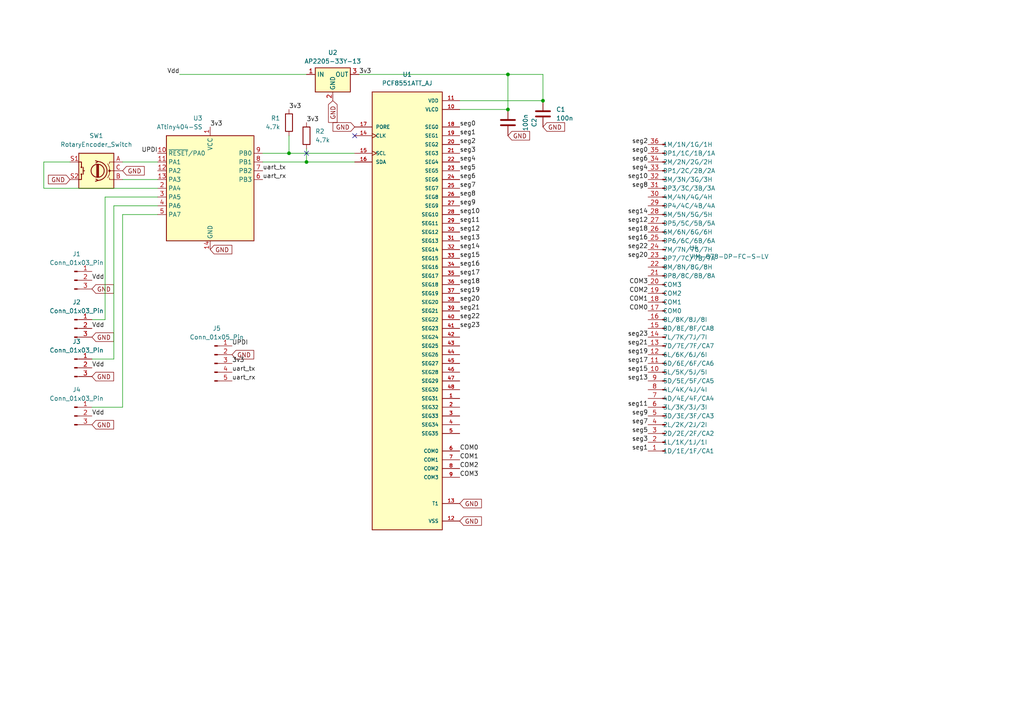
<source format=kicad_sch>
(kicad_sch (version 20231120) (generator "eeschema") (generator_version "8.0")
  (paper "A4")
  (lib_symbols
    (symbol "Connector:Conn_01x03_Pin" (pin_names (offset 1.016) hide)
      (property "Reference" "J" (at 0 5.08 0))
      (property "Value" "Conn_01x03_Pin" (at 0 -5.08 0))
      (symbol "Conn_01x03_Pin_1_1"
        (polyline (pts (xy 1.27 -2.54) (xy 0.8636 -2.54)) (stroke (width 0.1524)))
        (polyline (pts (xy 1.27 0) (xy 0.8636 0)) (stroke (width 0.1524)))
        (polyline (pts (xy 1.27 2.54) (xy 0.8636 2.54)) (stroke (width 0.1524)))
        (rectangle (start 0.8636 -2.413) (end 0 -2.667) (stroke (width 0.1524)) (fill (type outline)))
        (rectangle (start 0.8636 0.127) (end 0 -0.127) (stroke (width 0.1524)) (fill (type outline)))
        (rectangle (start 0.8636 2.667) (end 0 2.413) (stroke (width 0.1524)) (fill (type outline)))
        (pin passive line (at 5.08 2.54 180) (length 3.81) (name "Pin_1") (number "1"))
        (pin passive line (at 5.08 0 180) (length 3.81) (name "Pin_2") (number "2"))
        (pin passive line (at 5.08 -2.54 180) (length 3.81) (name "Pin_3") (number "3"))
      )
    )
    (symbol "Connector:Conn_01x05_Pin" (pin_names (offset 1.016) hide)
      (property "Reference" "J" (at 0 7.62 0))
      (property "Value" "Conn_01x05_Pin" (at 0 -7.62 0))
      (symbol "Conn_01x05_Pin_1_1"
        (polyline (pts (xy 1.27 -5.08) (xy 0.8636 -5.08)) (stroke (width 0.1524)))
        (polyline (pts (xy 1.27 -2.54) (xy 0.8636 -2.54)) (stroke (width 0.1524)))
        (polyline (pts (xy 1.27 0) (xy 0.8636 0)) (stroke (width 0.1524)))
        (polyline (pts (xy 1.27 2.54) (xy 0.8636 2.54)) (stroke (width 0.1524)))
        (polyline (pts (xy 1.27 5.08) (xy 0.8636 5.08)) (stroke (width 0.1524)))
        (rectangle (start 0.8636 -4.953) (end 0 -5.207) (stroke (width 0.1524)) (fill (type outline)))
        (rectangle (start 0.8636 -2.413) (end 0 -2.667) (stroke (width 0.1524)) (fill (type outline)))
        (rectangle (start 0.8636 0.127) (end 0 -0.127) (stroke (width 0.1524)) (fill (type outline)))
        (rectangle (start 0.8636 2.667) (end 0 2.413) (stroke (width 0.1524)) (fill (type outline)))
        (rectangle (start 0.8636 5.207) (end 0 4.953) (stroke (width 0.1524)) (fill (type outline)))
        (pin passive line (at 5.08 5.08 180) (length 3.81) (name "Pin_1") (number "1"))
        (pin passive line (at 5.08 2.54 180) (length 3.81) (name "Pin_2") (number "2"))
        (pin passive line (at 5.08 0 180) (length 3.81) (name "Pin_3") (number "3"))
        (pin passive line (at 5.08 -2.54 180) (length 3.81) (name "Pin_4") (number "4"))
        (pin passive line (at 5.08 -5.08 180) (length 3.81) (name "Pin_5") (number "5"))
      )
    )
    (symbol "Device:C" (pin_numbers hide) (pin_names (offset 0.254))
      (property "Reference" "C" (at 0.635 2.54 0))
      (property "Value" "C" (at 0.635 -2.54 0))
      (symbol "C_0_1"
        (polyline (pts (xy -2.032 -0.762) (xy 2.032 -0.762)) (stroke (width 0.508)))
        (polyline (pts (xy -2.032 0.762) (xy 2.032 0.762)) (stroke (width 0.508)))
      )
      (symbol "C_1_1"
        (pin passive line (at 0 3.81 270) (length 2.794) (name "~") (number "1"))
        (pin passive line (at 0 -3.81 90) (length 2.794) (name "~") (number "2"))
      )
    )
    (symbol "Device:R" (pin_numbers hide) (pin_names (offset 0))
      (property "Reference" "R" (at 2.032 0 90))
      (property "Value" "R" (at 0 0 90))
      (symbol "R_0_1"
        (rectangle (start -1.016 -2.54) (end 1.016 2.54) (stroke (width 0.254)))
      )
      (symbol "R_1_1"
        (pin passive line (at 0 3.81 270) (length 1.27) (name "~") (number "1"))
        (pin passive line (at 0 -3.81 90) (length 1.27) (name "~") (number "2"))
      )
    )
    (symbol "servo_tester_onboarding:AP2205-33Y-13"
      (property "Reference" "U" (at 0 0 0))
      (property "Value" "AP2205-33Y-13" (at 0 0 0))
      (symbol "AP2205-33Y-13_0_1"
        (rectangle (start -5.08 1.905) (end 5.08 -5.08) (stroke (width 0.254)) (fill (type background)))
      )
      (symbol "AP2205-33Y-13_1_1"
        (pin power_in line (at -7.62 0 0) (length 2.54) (name "IN") (number "1"))
        (pin power_in line (at 0 -7.62 90) (length 2.54) (name "GND") (number "2"))
        (pin power_out line (at 7.62 0 180) (length 2.54) (name "OUT") (number "3"))
      )
    )
    (symbol "servo_tester_onboarding:ATtiny404-SS"
      (property "Reference" "U1" (at 2.1941 20.32 0))
      (property "Value" "ATtiny404-SS" (at 2.1941 17.78 0))
      (symbol "ATtiny404-SS_0_1"
        (rectangle (start -12.7 -15.24) (end 12.7 15.24) (stroke (width 0.254)) (fill (type background)))
      )
      (symbol "ATtiny404-SS_1_1"
        (pin power_in line (at 0 17.78 270) (length 2.54) (name "VCC") (number "1"))
        (pin bidirectional line (at 15.24 10.16 180) (length 2.54) (name "~{RESET}/PA0") (number "10"))
        (pin bidirectional line (at 15.24 7.62 180) (length 2.54) (name "PA1") (number "11"))
        (pin bidirectional line (at 15.24 5.08 180) (length 2.54) (name "PA2") (number "12"))
        (pin bidirectional line (at 15.24 2.54 180) (length 2.54) (name "PA3") (number "13"))
        (pin power_in line (at 0 -17.78 90) (length 2.54) (name "GND") (number "14"))
        (pin bidirectional line (at 15.24 0 180) (length 2.54) (name "PA4") (number "2"))
        (pin bidirectional line (at 15.24 -2.54 180) (length 2.54) (name "PA5") (number "3"))
        (pin bidirectional line (at 15.24 -5.08 180) (length 2.54) (name "PA6") (number "4"))
        (pin bidirectional line (at 15.24 -7.62 180) (length 2.54) (name "PA7") (number "5"))
        (pin bidirectional line (at -15.24 2.54 0) (length 2.54) (name "PB3") (number "6"))
        (pin bidirectional line (at -15.24 5.08 0) (length 2.54) (name "PB2") (number "7"))
        (pin bidirectional line (at -15.24 7.62 0) (length 2.54) (name "PB1") (number "8"))
        (pin bidirectional line (at -15.24 10.16 0) (length 2.54) (name "PB0") (number "9"))
      )
    )
    (symbol "servo_tester_onboarding:PCF8551ATT_AJ" (pin_names (offset 1.016))
      (property "Reference" "U" (at -10.16 63.5 0))
      (property "Value" "PCF8551ATT_AJ" (at -10.16 -66.04 0))
      (symbol "PCF8551ATT_AJ_0_0"
        (rectangle (start -10.16 -63.5) (end 10.16 63.5) (stroke (width 0.254)) (fill (type background)))
        (pin output line (at 15.24 -25.4 180) (length 5.08) (name "SEG31") (number "1"))
        (pin power_in line (at 15.24 58.42 180) (length 5.08) (name "VLCD") (number "10"))
        (pin power_in line (at 15.24 60.96 180) (length 5.08) (name "VDD") (number "11"))
        (pin power_in line (at 15.24 -60.96 180) (length 5.08) (name "VSS") (number "12"))
        (pin passive line (at 15.24 -55.88 180) (length 5.08) (name "T1") (number "13"))
        (pin bidirectional clock (at -15.24 50.8 0) (length 5.08) (name "CLK") (number "14"))
        (pin input clock (at -15.24 45.72 0) (length 5.08) (name "SCL") (number "15"))
        (pin bidirectional line (at -15.24 43.18 0) (length 5.08) (name "SDA") (number "16"))
        (pin input line (at -15.24 53.34 0) (length 5.08) (name "PORE") (number "17"))
        (pin output line (at 15.24 53.34 180) (length 5.08) (name "SEG0") (number "18"))
        (pin output line (at 15.24 50.8 180) (length 5.08) (name "SEG1") (number "19"))
        (pin output line (at 15.24 -27.94 180) (length 5.08) (name "SEG32") (number "2"))
        (pin output line (at 15.24 48.26 180) (length 5.08) (name "SEG2") (number "20"))
        (pin output line (at 15.24 45.72 180) (length 5.08) (name "SEG3") (number "21"))
        (pin output line (at 15.24 43.18 180) (length 5.08) (name "SEG4") (number "22"))
        (pin output line (at 15.24 40.64 180) (length 5.08) (name "SEG5") (number "23"))
        (pin output line (at 15.24 38.1 180) (length 5.08) (name "SEG6") (number "24"))
        (pin output line (at 15.24 35.56 180) (length 5.08) (name "SEG7") (number "25"))
        (pin output line (at 15.24 33.02 180) (length 5.08) (name "SEG8") (number "26"))
        (pin output line (at 15.24 30.48 180) (length 5.08) (name "SEG9") (number "27"))
        (pin output line (at 15.24 27.94 180) (length 5.08) (name "SEG10") (number "28"))
        (pin output line (at 15.24 25.4 180) (length 5.08) (name "SEG11") (number "29"))
        (pin output line (at 15.24 -30.48 180) (length 5.08) (name "SEG33") (number "3"))
        (pin output line (at 15.24 22.86 180) (length 5.08) (name "SEG12") (number "30"))
        (pin output line (at 15.24 20.32 180) (length 5.08) (name "SEG13") (number "31"))
        (pin output line (at 15.24 17.78 180) (length 5.08) (name "SEG14") (number "32"))
        (pin output line (at 15.24 15.24 180) (length 5.08) (name "SEG15") (number "33"))
        (pin output line (at 15.24 12.7 180) (length 5.08) (name "SEG16") (number "34"))
        (pin output line (at 15.24 10.16 180) (length 5.08) (name "SEG17") (number "35"))
        (pin output line (at 15.24 7.62 180) (length 5.08) (name "SEG18") (number "36"))
        (pin output line (at 15.24 5.08 180) (length 5.08) (name "SEG19") (number "37"))
        (pin output line (at 15.24 2.54 180) (length 5.08) (name "SEG20") (number "38"))
        (pin output line (at 15.24 0 180) (length 5.08) (name "SEG21") (number "39"))
        (pin output line (at 15.24 -33.02 180) (length 5.08) (name "SEG34") (number "4"))
        (pin output line (at 15.24 -2.54 180) (length 5.08) (name "SEG22") (number "40"))
        (pin output line (at 15.24 -5.08 180) (length 5.08) (name "SEG23") (number "41"))
        (pin output line (at 15.24 -7.62 180) (length 5.08) (name "SEG24") (number "42"))
        (pin output line (at 15.24 -10.16 180) (length 5.08) (name "SEG25") (number "43"))
        (pin output line (at 15.24 -12.7 180) (length 5.08) (name "SEG26") (number "44"))
        (pin output line (at 15.24 -15.24 180) (length 5.08) (name "SEG27") (number "45"))
        (pin output line (at 15.24 -17.78 180) (length 5.08) (name "SEG28") (number "46"))
        (pin output line (at 15.24 -20.32 180) (length 5.08) (name "SEG29") (number "47"))
        (pin output line (at 15.24 -22.86 180) (length 5.08) (name "SEG30") (number "48"))
        (pin output line (at 15.24 -35.56 180) (length 5.08) (name "SEG35") (number "5"))
        (pin output line (at 15.24 -40.64 180) (length 5.08) (name "COM0") (number "6"))
        (pin output line (at 15.24 -43.18 180) (length 5.08) (name "COM1") (number "7"))
        (pin output line (at 15.24 -45.72 180) (length 5.08) (name "COM2") (number "8"))
        (pin output line (at 15.24 -48.26 180) (length 5.08) (name "COM3") (number "9"))
      )
    )
    (symbol "servo_tester_onboarding:RotaryEncoder_Switch" (pin_names (offset 0.254) hide)
      (property "Reference" "SW1" (at 0 9.525 0))
      (property "Value" "RotaryEncoder_Switch" (at 0 6.985 0))
      (symbol "RotaryEncoder_Switch_0_1"
        (rectangle (start -5.08 5.08) (end 5.08 -5.08) (stroke (width 0.254)) (fill (type background)))
        (circle (center -3.81 0) (radius 0.254) (fill (type outline)))
        (circle (center -0.381 0) (radius 1.905) (stroke (width 0.254)))
        (arc (start -0.381 2.667) (mid -3.0988 -0.0635) (end -0.381 -2.794) (stroke (width 0.254)))
        (polyline (pts (xy -0.635 -1.778) (xy -0.635 1.778)) (stroke (width 0.254)))
        (polyline (pts (xy -0.381 -1.778) (xy -0.381 1.778)) (stroke (width 0.254)))
        (polyline (pts (xy -0.127 1.778) (xy -0.127 -1.778)) (stroke (width 0.254)))
        (polyline (pts (xy 3.81 0) (xy 3.429 0)) (stroke (width 0.254)))
        (polyline (pts (xy 3.81 1.016) (xy 3.81 -1.016)) (stroke (width 0.254)))
        (polyline (pts (xy -5.08 -2.54) (xy -3.81 -2.54) (xy -3.81 -2.032)))
        (polyline (pts (xy -5.08 2.54) (xy -3.81 2.54) (xy -3.81 2.032)))
        (polyline (pts (xy 0.254 -3.048) (xy -0.508 -2.794) (xy 0.127 -2.413)) (stroke (width 0.254)))
        (polyline (pts (xy 0.254 2.921) (xy -0.508 2.667) (xy 0.127 2.286)) (stroke (width 0.254)))
        (polyline (pts (xy 5.08 -2.54) (xy 4.318 -2.54) (xy 4.318 -1.016)) (stroke (width 0.254)))
        (polyline (pts (xy 5.08 2.54) (xy 4.318 2.54) (xy 4.318 1.016)) (stroke (width 0.254)))
        (polyline (pts (xy -5.08 0) (xy -3.81 0) (xy -3.81 -1.016) (xy -3.302 -2.032)))
        (polyline (pts (xy -4.318 0) (xy -3.81 0) (xy -3.81 1.016) (xy -3.302 2.032)))
        (circle (center 4.318 -1.016) (radius 0.127) (stroke (width 0.254)))
        (circle (center 4.318 1.016) (radius 0.127) (stroke (width 0.254)))
      )
      (symbol "RotaryEncoder_Switch_1_1"
        (pin passive line (at -7.62 2.54 0) (length 2.54) (name "A") (number "A"))
        (pin passive line (at -7.62 -2.54 0) (length 2.54) (name "B") (number "B"))
        (pin passive line (at -7.62 0 0) (length 2.54) (name "C") (number "C"))
        (pin passive line (at 7.62 2.54 180) (length 2.54) (name "S1") (number "S1"))
        (pin passive line (at 7.62 -2.54 180) (length 2.54) (name "S2") (number "S2"))
      )
    )
    (symbol "servo_tester_onboarding:VIM-878-DP"
      (property "Reference" "U" (at -17.145 5.08 0))
      (property "Value" "VIM-878-DP-FC-S-LV" (at -18.415 2.54 0))
      (symbol "VIM-878-DP_1_1"
        (rectangle (start 0 -15.113) (end 0.8636 -15.367) (stroke (width 0.1524)) (fill (type outline)))
        (polyline (pts (xy 1.27 -45.72) (xy 0.8636 -45.72)) (stroke (width 0.1524)))
        (polyline (pts (xy 1.27 -43.18) (xy 0.8636 -43.18)) (stroke (width 0.1524)))
        (polyline (pts (xy 1.27 -40.64) (xy 0.8636 -40.64)) (stroke (width 0.1524)))
        (polyline (pts (xy 1.27 -38.1) (xy 0.8636 -38.1)) (stroke (width 0.1524)))
        (polyline (pts (xy 1.27 -35.56) (xy 0.8636 -35.56)) (stroke (width 0.1524)))
        (polyline (pts (xy 1.27 -33.02) (xy 0.8636 -33.02)) (stroke (width 0.1524)))
        (polyline (pts (xy 1.27 -30.48) (xy 0.8636 -30.48)) (stroke (width 0.1524)))
        (polyline (pts (xy 1.27 -27.94) (xy 0.8636 -27.94)) (stroke (width 0.1524)))
        (polyline (pts (xy 1.27 -25.4) (xy 0.8636 -25.4)) (stroke (width 0.1524)))
        (polyline (pts (xy 1.27 -22.86) (xy 0.8636 -22.86)) (stroke (width 0.1524)))
        (polyline (pts (xy 1.27 -20.32) (xy 0.8636 -20.32)) (stroke (width 0.1524)))
        (polyline (pts (xy 1.27 -17.78) (xy 0.8636 -17.78)) (stroke (width 0.1524)))
        (polyline (pts (xy 1.27 -15.24) (xy 0.8636 -15.24)) (stroke (width 0.1524)))
        (polyline (pts (xy 1.27 -12.7) (xy 0.8636 -12.7)) (stroke (width 0.1524)))
        (polyline (pts (xy 1.27 -10.16) (xy 0.8636 -10.16)) (stroke (width 0.1524)))
        (polyline (pts (xy 1.27 -7.62) (xy 0.8636 -7.62)) (stroke (width 0.1524)))
        (polyline (pts (xy 1.27 -5.08) (xy 0.8636 -5.08)) (stroke (width 0.1524)))
        (polyline (pts (xy 1.27 -2.54) (xy 0.8636 -2.54)) (stroke (width 0.1524)))
        (polyline (pts (xy 1.27 0) (xy 0.8636 0)) (stroke (width 0.1524)))
        (polyline (pts (xy 1.27 2.54) (xy 0.8636 2.54)) (stroke (width 0.1524)))
        (polyline (pts (xy 1.27 5.08) (xy 0.8636 5.08)) (stroke (width 0.1524)))
        (polyline (pts (xy 1.27 7.62) (xy 0.8636 7.62)) (stroke (width 0.1524)))
        (polyline (pts (xy 1.27 10.16) (xy 0.8636 10.16)) (stroke (width 0.1524)))
        (polyline (pts (xy 1.27 12.7) (xy 0.8636 12.7)) (stroke (width 0.1524)))
        (polyline (pts (xy 1.27 15.24) (xy 0.8636 15.24)) (stroke (width 0.1524)))
        (polyline (pts (xy 1.27 17.78) (xy 0.8636 17.78)) (stroke (width 0.1524)))
        (polyline (pts (xy 1.27 20.32) (xy 0.8636 20.32)) (stroke (width 0.1524)))
        (polyline (pts (xy 1.27 22.86) (xy 0.8636 22.86)) (stroke (width 0.1524)))
        (polyline (pts (xy 1.27 25.4) (xy 0.8636 25.4)) (stroke (width 0.1524)))
        (polyline (pts (xy 1.27 27.94) (xy 0.8636 27.94)) (stroke (width 0.1524)))
        (polyline (pts (xy 1.27 30.48) (xy 0.8636 30.48)) (stroke (width 0.1524)))
        (polyline (pts (xy 1.27 33.02) (xy 0.8636 33.02)) (stroke (width 0.1524)))
        (polyline (pts (xy 1.27 35.56) (xy 0.8636 35.56)) (stroke (width 0.1524)))
        (polyline (pts (xy 1.27 38.1) (xy 0.8636 38.1)) (stroke (width 0.1524)))
        (polyline (pts (xy 1.27 40.64) (xy 0.8636 40.64)) (stroke (width 0.1524)))
        (polyline (pts (xy 1.27 43.18) (xy 0.8636 43.18)) (stroke (width 0.1524)))
        (rectangle (start 0.8636 -45.593) (end 0 -45.847) (stroke (width 0.1524)) (fill (type outline)))
        (rectangle (start 0.8636 -43.053) (end 0 -43.307) (stroke (width 0.1524)) (fill (type outline)))
        (rectangle (start 0.8636 -40.513) (end 0 -40.767) (stroke (width 0.1524)) (fill (type outline)))
        (rectangle (start 0.8636 -37.973) (end 0 -38.227) (stroke (width 0.1524)) (fill (type outline)))
        (rectangle (start 0.8636 -35.433) (end 0 -35.687) (stroke (width 0.1524)) (fill (type outline)))
        (rectangle (start 0.8636 -32.893) (end 0 -33.147) (stroke (width 0.1524)) (fill (type outline)))
        (rectangle (start 0.8636 -30.353) (end 0 -30.607) (stroke (width 0.1524)) (fill (type outline)))
        (rectangle (start 0.8636 -27.813) (end 0 -28.067) (stroke (width 0.1524)) (fill (type outline)))
        (rectangle (start 0.8636 -25.273) (end 0 -25.527) (stroke (width 0.1524)) (fill (type outline)))
        (rectangle (start 0.8636 -22.733) (end 0 -22.987) (stroke (width 0.1524)) (fill (type outline)))
        (rectangle (start 0.8636 -20.193) (end 0 -20.447) (stroke (width 0.1524)) (fill (type outline)))
        (rectangle (start 0.8636 -17.653) (end 0 -17.907) (stroke (width 0.1524)) (fill (type outline)))
        (rectangle (start 0.8636 -12.573) (end 0 -12.827) (stroke (width 0.1524)) (fill (type outline)))
        (rectangle (start 0.8636 -10.033) (end 0 -10.287) (stroke (width 0.1524)) (fill (type outline)))
        (rectangle (start 0.8636 -7.493) (end 0 -7.747) (stroke (width 0.1524)) (fill (type outline)))
        (rectangle (start 0.8636 -4.953) (end 0 -5.207) (stroke (width 0.1524)) (fill (type outline)))
        (rectangle (start 0.8636 -2.413) (end 0 -2.667) (stroke (width 0.1524)) (fill (type outline)))
        (rectangle (start 0.8636 0.127) (end 0 -0.127) (stroke (width 0.1524)) (fill (type outline)))
        (rectangle (start 0.8636 2.667) (end 0 2.413) (stroke (width 0.1524)) (fill (type outline)))
        (rectangle (start 0.8636 5.207) (end 0 4.953) (stroke (width 0.1524)) (fill (type outline)))
        (rectangle (start 0.8636 7.747) (end 0 7.493) (stroke (width 0.1524)) (fill (type outline)))
        (rectangle (start 0.8636 10.287) (end 0 10.033) (stroke (width 0.1524)) (fill (type outline)))
        (rectangle (start 0.8636 12.827) (end 0 12.573) (stroke (width 0.1524)) (fill (type outline)))
        (rectangle (start 0.8636 15.367) (end 0 15.113) (stroke (width 0.1524)) (fill (type outline)))
        (rectangle (start 0.8636 17.907) (end 0 17.653) (stroke (width 0.1524)) (fill (type outline)))
        (rectangle (start 0.8636 20.447) (end 0 20.193) (stroke (width 0.1524)) (fill (type outline)))
        (rectangle (start 0.8636 22.987) (end 0 22.733) (stroke (width 0.1524)) (fill (type outline)))
        (rectangle (start 0.8636 25.527) (end 0 25.273) (stroke (width 0.1524)) (fill (type outline)))
        (rectangle (start 0.8636 28.067) (end 0 27.813) (stroke (width 0.1524)) (fill (type outline)))
        (rectangle (start 0.8636 30.607) (end 0 30.353) (stroke (width 0.1524)) (fill (type outline)))
        (rectangle (start 0.8636 33.147) (end 0 32.893) (stroke (width 0.1524)) (fill (type outline)))
        (rectangle (start 0.8636 35.687) (end 0 35.433) (stroke (width 0.1524)) (fill (type outline)))
        (rectangle (start 0.8636 38.227) (end 0 37.973) (stroke (width 0.1524)) (fill (type outline)))
        (rectangle (start 0.8636 40.767) (end 0 40.513) (stroke (width 0.1524)) (fill (type outline)))
        (rectangle (start 0.8636 43.307) (end 0 43.053) (stroke (width 0.1524)) (fill (type outline)))
        (pin passive line (at 5.08 43.18 180) (length 3.81) (name "1D/1E/1F/CA1") (number "1"))
        (pin passive line (at 5.08 20.32 180) (length 3.81) (name "5L/5K/5J/5I") (number "10"))
        (pin passive line (at 5.08 17.78 180) (length 3.81) (name "6D/6E/6F/CA6") (number "11"))
        (pin passive line (at 5.08 15.24 180) (length 3.81) (name "6L/6K/6J/6I") (number "12"))
        (pin passive line (at 5.08 12.7 180) (length 3.81) (name "7D/7E/7F/CA7") (number "13"))
        (pin passive line (at 5.08 10.16 180) (length 3.81) (name "7L/7K/7J/7I") (number "14"))
        (pin passive line (at 5.08 7.62 180) (length 3.81) (name "8D/8E/8F/CA8") (number "15"))
        (pin passive line (at 5.08 5.08 180) (length 3.81) (name "8L/8K/8J/8I") (number "16"))
        (pin passive line (at 5.08 2.54 180) (length 3.81) (name "COM0") (number "17"))
        (pin passive line (at 5.08 0 180) (length 3.81) (name "COM1") (number "18"))
        (pin passive line (at 5.08 -2.54 180) (length 3.81) (name "COM2") (number "19"))
        (pin passive line (at 5.08 40.64 180) (length 3.81) (name "1L/1K/1J/1I") (number "2"))
        (pin passive line (at 5.08 -5.08 180) (length 3.81) (name "COM3") (number "20"))
        (pin passive line (at 5.08 -7.62 180) (length 3.81) (name "DP8/8C/8B/8A") (number "21"))
        (pin passive line (at 5.08 -10.16 180) (length 3.81) (name "8M/8N/8G/8H") (number "22"))
        (pin passive line (at 5.08 -12.7 180) (length 3.81) (name "DP7/7C/7B/7A") (number "23"))
        (pin passive line (at 5.08 -15.24 180) (length 3.81) (name "7M/7N/7G/7H") (number "24"))
        (pin passive line (at 5.08 -17.78 180) (length 3.81) (name "DP6/6C/6B/6A") (number "25"))
        (pin passive line (at 5.08 -20.32 180) (length 3.81) (name "6M/6N/6G/6H") (number "26"))
        (pin passive line (at 5.08 -22.86 180) (length 3.81) (name "DP5/5C/5B/5A") (number "27"))
        (pin passive line (at 5.08 -25.4 180) (length 3.81) (name "5M/5N/5G/5H") (number "28"))
        (pin passive line (at 5.08 -27.94 180) (length 3.81) (name "DP4/4C/4B/4A") (number "29"))
        (pin passive line (at 5.08 38.1 180) (length 3.81) (name "2D/2E/2F/CA2") (number "3"))
        (pin passive line (at 5.08 -30.48 180) (length 3.81) (name "4M/4N/4G/4H") (number "30"))
        (pin passive line (at 5.08 -33.02 180) (length 3.81) (name "DP3/3C/3B/3A") (number "31"))
        (pin passive line (at 5.08 -35.56 180) (length 3.81) (name "3M/3N/3G/3H") (number "32"))
        (pin passive line (at 5.08 -38.1 180) (length 3.81) (name "DP1/2C/2B/2A") (number "33"))
        (pin passive line (at 5.08 -40.64 180) (length 3.81) (name "2M/2N/2G/2H") (number "34"))
        (pin passive line (at 5.08 -43.18 180) (length 3.81) (name "DP1/1C/1B/1A") (number "35"))
        (pin passive line (at 5.08 -45.72 180) (length 3.81) (name "1M/1N/1G/1H") (number "36"))
        (pin passive line (at 5.08 35.56 180) (length 3.81) (name "2L/2K/2J/2I") (number "4"))
        (pin passive line (at 5.08 33.02 180) (length 3.81) (name "3D/3E/3F/CA3") (number "5"))
        (pin passive line (at 5.08 30.48 180) (length 3.81) (name "3L/3K/3J/3I") (number "6"))
        (pin passive line (at 5.08 27.94 180) (length 3.81) (name "4D/4E/4F/CA4") (number "7"))
        (pin passive line (at 5.08 25.4 180) (length 3.81) (name "4L/4K/4J/4I") (number "8"))
        (pin passive line (at 5.08 22.86 180) (length 3.81) (name "5D/5E/5F/CA5") (number "9"))
      )
    )
  )
  (junction (at 88.9 46.99))
  (junction (at 147.32 31.75))
  (junction (at 147.32 21.59))
  (junction (at 83.82 44.45))
  (junction (at 157.48 29.21))
  (no_connect (at 88.9 44.45))
  (no_connect (at 102.87 39.37))
  (wire (pts (xy 26.67 92.71) (xy 30.48 92.71)))
  (wire (pts (xy 26.67 104.14) (xy 33.02 104.14)))
  (wire (pts (xy 133.35 29.21) (xy 157.48 29.21)))
  (wire (pts (xy 30.48 57.15) (xy 45.72 57.15)))
  (wire (pts (xy 12.7 54.61) (xy 45.72 54.61)))
  (wire (pts (xy 157.48 21.59) (xy 147.32 21.59)))
  (wire (pts (xy 26.67 118.11) (xy 35.56 118.11)))
  (wire (pts (xy 88.9 43.18) (xy 88.9 46.99)))
  (wire (pts (xy 104.14 21.59) (xy 147.32 21.59)))
  (wire (pts (xy 35.56 62.23) (xy 45.72 62.23)))
  (wire (pts (xy 35.56 46.99) (xy 45.72 46.99)))
  (wire (pts (xy 133.35 31.75) (xy 147.32 31.75)))
  (wire (pts (xy 88.9 46.99) (xy 102.87 46.99)))
  (wire (pts (xy 35.56 52.07) (xy 45.72 52.07)))
  (wire (pts (xy 30.48 92.71) (xy 30.48 57.15)))
  (wire (pts (xy 12.7 46.99) (xy 12.7 54.61)))
  (wire (pts (xy 147.32 31.75) (xy 147.32 21.59)))
  (wire (pts (xy 76.2 46.99) (xy 88.9 46.99)))
  (wire (pts (xy 33.02 104.14) (xy 33.02 59.69)))
  (wire (pts (xy 157.48 29.21) (xy 157.48 21.59)))
  (wire (pts (xy 35.56 118.11) (xy 35.56 62.23)))
  (wire (pts (xy 52.07 21.59) (xy 88.9 21.59)))
  (wire (pts (xy 20.32 46.99) (xy 12.7 46.99)))
  (wire (pts (xy 83.82 44.45) (xy 102.87 44.45)))
  (wire (pts (xy 33.02 59.69) (xy 45.72 59.69)))
  (wire (pts (xy 76.2 44.45) (xy 83.82 44.45)))
  (wire (pts (xy 83.82 39.37) (xy 83.82 44.45)))
  (label "seg21" (at 187.96 100.33 180))
  (label "seg8" (at 187.96 54.61 180))
  (label "Vdd" (at 26.67 120.65 0))
  (label "seg16" (at 187.96 69.85 180))
  (label "seg4" (at 133.35 46.99 0))
  (label "uart_tx" (at 67.31 107.95 0))
  (label "seg2" (at 133.35 41.91 0))
  (label "seg10" (at 187.96 52.07 180))
  (label "seg3" (at 133.35 44.45 0))
  (label "seg20" (at 133.35 87.63 0))
  (label "seg14" (at 187.96 62.23 180))
  (label "seg9" (at 187.96 120.65 180))
  (label "3v3" (at 104.14 21.59 0))
  (label "seg12" (at 187.96 64.77 180))
  (label "uart_rx" (at 76.2 52.07 0))
  (label "seg9" (at 133.35 59.69 0))
  (label "seg3" (at 187.96 128.27 180))
  (label "Vdd" (at 52.07 21.59 180))
  (label "UPDI" (at 45.72 44.45 180))
  (label "seg23" (at 133.35 95.25 0))
  (label "seg17" (at 187.96 105.41 180))
  (label "seg13" (at 133.35 69.85 0))
  (label "seg20" (at 187.96 74.93 180))
  (label "seg18" (at 187.96 67.31 180))
  (label "UPDI" (at 67.31 100.33 0))
  (label "COM0" (at 133.35 130.81 0))
  (label "seg17" (at 133.35 80.01 0))
  (label "uart_tx" (at 76.2 49.53 0))
  (label "seg15" (at 133.35 74.93 0))
  (label "seg18" (at 133.35 82.55 0))
  (label "seg11" (at 133.35 64.77 0))
  (label "COM0" (at 187.96 90.17 180))
  (label "Vdd" (at 26.67 81.28 0))
  (label "seg13" (at 187.96 110.49 180))
  (label "Vdd" (at 26.67 106.68 0))
  (label "Vdd" (at 26.67 95.25 0))
  (label "seg1" (at 133.35 39.37 0))
  (label "seg1" (at 187.96 130.81 180))
  (label "COM1" (at 187.96 87.63 180))
  (label "seg15" (at 187.96 107.95 180))
  (label "seg2" (at 187.96 41.91 180))
  (label "seg10" (at 133.35 62.23 0))
  (label "3v3" (at 88.9 35.56 0))
  (label "seg8" (at 133.35 57.15 0))
  (label "seg7" (at 187.96 123.19 180))
  (label "seg22" (at 187.96 72.39 180))
  (label "seg14" (at 133.35 72.39 0))
  (label "seg4" (at 187.96 49.53 180))
  (label "seg7" (at 133.35 54.61 0))
  (label "COM2" (at 133.35 135.89 0))
  (label "seg21" (at 133.35 90.17 0))
  (label "seg23" (at 187.96 97.79 180))
  (label "seg0" (at 133.35 36.83 0))
  (label "seg11" (at 187.96 118.11 180))
  (label "seg22" (at 133.35 92.71 0))
  (label "3v3" (at 67.31 105.41 0))
  (label "seg5" (at 187.96 125.73 180))
  (label "seg12" (at 133.35 67.31 0))
  (label "COM1" (at 133.35 133.35 0))
  (label "COM3" (at 133.35 138.43 0))
  (label "3v3" (at 60.96 36.83 0))
  (label "seg6" (at 133.35 52.07 0))
  (label "COM2" (at 187.96 85.09 180))
  (label "COM3" (at 187.96 82.55 180))
  (label "seg16" (at 133.35 77.47 0))
  (label "seg6" (at 187.96 46.99 180))
  (label "seg19" (at 133.35 85.09 0))
  (label "seg5" (at 133.35 49.53 0))
  (label "3v3" (at 83.82 31.75 0))
  (label "seg0" (at 187.96 44.45 180))
  (label "uart_rx" (at 67.31 110.49 0))
  (label "seg19" (at 187.96 102.87 180))
  (global_label "GND" (shape input) (at 96.52 29.21 270) (property "Intersheetrefs" "${INTERSHEET_REFS}" (effects (hide yes))))
  (global_label "GND" (shape input) (at 35.56 49.53 0) (property "Intersheetrefs" "${INTERSHEET_REFS}" (effects (hide yes))))
  (global_label "GND" (shape input) (at 157.48 36.83 0) (property "Intersheetrefs" "${INTERSHEET_REFS}" (effects (hide yes))))
  (global_label "GND" (shape input) (at 133.35 151.13 0) (property "Intersheetrefs" "${INTERSHEET_REFS}" (effects (hide yes))))
  (global_label "GND" (shape input) (at 147.32 39.37 0) (property "Intersheetrefs" "${INTERSHEET_REFS}" (effects (hide yes))))
  (global_label "GND" (shape input) (at 26.67 109.22 0) (property "Intersheetrefs" "${INTERSHEET_REFS}" (effects (hide yes))))
  (global_label "GND" (shape input) (at 67.31 102.87 0) (property "Intersheetrefs" "${INTERSHEET_REFS}" (effects (hide yes))))
  (global_label "GND" (shape input) (at 26.67 123.19 0) (property "Intersheetrefs" "${INTERSHEET_REFS}" (effects (hide yes))))
  (global_label "GND" (shape input) (at 26.67 83.82 0) (property "Intersheetrefs" "${INTERSHEET_REFS}" (effects (hide yes))))
  (global_label "GND" (shape input) (at 26.67 97.79 0) (property "Intersheetrefs" "${INTERSHEET_REFS}" (effects (hide yes))))
  (global_label "GND" (shape input) (at 20.32 52.07 180) (property "Intersheetrefs" "${INTERSHEET_REFS}" (effects (hide yes))))
  (global_label "GND" (shape input) (at 133.35 146.05 0) (property "Intersheetrefs" "${INTERSHEET_REFS}" (effects (hide yes))))
  (global_label "GND" (shape input) (at 60.96 72.39 0) (property "Intersheetrefs" "${INTERSHEET_REFS}" (effects (hide yes))))
  (global_label "GND" (shape input) (at 102.87 36.83 180) (property "Intersheetrefs" "${INTERSHEET_REFS}" (effects (hide yes))))
  (symbol (lib_id "Device:R") (at 83.82 35.56 0) (mirror y) (unit 1)
    (property "Reference" "R1" (at 81.28 34.2899 0) (effects (justify left)))
    (property "Value" "4.7k" (at 81.28 36.8299 0) (effects (justify left)))
    (property "Description" "Resistor" (effects (hide yes)))
  )
  (symbol (lib_id "servo_tester_onboarding:AP2205-33Y-13") (at 96.52 21.59 0) (unit 1)
    (property "Reference" "U2" (at 96.52 15.24 0))
    (property "Value" "AP2205-33Y-13" (at 96.52 17.78 0))
    (property "Footprint" "Package_TO_SOT_SMD:SOT-89-3_Handsoldering" (effects (hide yes)))
    (property "Datasheet" "https://www.diodes.com/assets/Datasheets/AP2205.pdf" (effects (hide yes)))
    (property "Digi" "https://www.digikey.com/en/products/detail/diodes-incorporated/AP2205-33Y-13/10107162" (effects (hide yes)))
  )
  (symbol (lib_id "Connector:Conn_01x05_Pin") (at 62.23 105.41 0) (unit 1)
    (property "Reference" "J5" (at 62.865 95.25 0))
    (property "Value" "Conn_01x05_Pin" (at 62.865 97.79 0))
    (property "Description" "Generic connector, single row, 01x05, script generated" (effects (hide yes)))
  )
  (symbol (lib_id "servo_tester_onboarding:ATtiny404-SS") (at 60.96 54.61 0) (mirror y) (unit 1)
    (property "Reference" "U3" (at 58.7659 34.29 0) (effects (justify left)))
    (property "Value" "ATtiny404-SS" (at 58.7659 36.83 0) (effects (justify left)))
    (property "Footprint" "Package_SO:SOIC-14_3.9x8.7mm_P1.27mm" (effects (hide yes)))
    (property "Datasheet" "http://ww1.microchip.com/downloads/en/DeviceDoc/50002687A.pdf" (effects (hide yes)))
  )
  (symbol (lib_id "Connector:Conn_01x03_Pin") (at 21.59 106.68 0) (unit 1)
    (property "Reference" "J3" (at 22.225 99.06 0))
    (property "Value" "Conn_01x03_Pin" (at 22.225 101.6 0))
    (property "Description" "Generic connector, single row, 01x03, script generated" (effects (hide yes)))
  )
  (symbol (lib_id "servo_tester_onboarding:RotaryEncoder_Switch") (at 27.94 49.53 0) (mirror y) (unit 1)
    (property "Reference" "SW1" (at 27.94 39.37 0))
    (property "Value" "RotaryEncoder_Switch" (at 27.94 41.91 0))
    (property "Footprint" "Rotary_Encoder:RotaryEncoder_Bourns_Vertical_PEC12R-3xxxF-Sxxxx" (effects (hide yes)))
    (property "Datasheet" "https://www.bourns.com/docs/Product-Datasheets/PEC12R.pdf" (effects (hide yes)))
    (property "Digi" "https://www.digikey.com/en/products/detail/bourns-inc/PEC12R-4217F-S0012/4699281" (effects (hide yes)))
  )
  (symbol (lib_id "Connector:Conn_01x03_Pin") (at 21.59 81.28 0) (unit 1)
    (property "Reference" "J1" (at 22.225 73.66 0))
    (property "Value" "Conn_01x03_Pin" (at 22.225 76.2 0))
    (property "Description" "Generic connector, single row, 01x03, script generated" (effects (hide yes)))
  )
  (symbol (lib_id "servo_tester_onboarding:PCF8551ATT_AJ") (at 118.11 90.17 0) (unit 1)
    (property "Reference" "U1" (at 118.11 21.59 0))
    (property "Value" "PCF8551ATT_AJ" (at 118.11 24.13 0))
    (property "Footprint" "servo_tester:SOP50P810X120-48N" (effects (hide yes)))
    (property "Datasheet" "https://www.nxp.com/docs/en/data-sheet/PCF8551.pdf" (effects (hide yes)))
    (property "Description" "IC DRVR 7 SEGMENT 48TSSOP" (effects (hide yes)))
    (property "MF" "NXP USA" (effects (hide yes)))
    (property "Package" "TSSOP-48 NXP Semiconductors" (effects (hide yes)))
    (property "Price" "None" (effects (hide yes)))
    (property "Check_prices" "https://www.snapeda.com/parts/PCF8551ATT/AJ/NXP+USA+Inc./view-part/?ref=eda" (effects (hide yes)))
    (property "STANDARD" "IPC 7351B" (effects (hide yes)))
    (property "PARTREV" "2" (effects (hide yes)))
    (property "SnapEDA_Link" "https://www.snapeda.com/parts/PCF8551ATT/AJ/NXP+USA+Inc./view-part/?ref=snap" (effects (hide yes)))
    (property "MP" "PCF8551ATT/AJ" (effects (hide yes)))
    (property "Availability" "In Stock" (effects (hide yes)))
    (property "MANUFACTURER" "NXP" (effects (hide yes)))
    (property "Digi" "https://www.digikey.com/en/products/detail/nxp-usa-inc/PCF8551ATT-AY/15221921" (effects (hide yes)))
  )
  (symbol (lib_id "Device:R") (at 88.9 39.37 0) (unit 1)
    (property "Reference" "R2" (at 91.44 38.0999 0) (effects (justify left)))
    (property "Value" "4.7k" (at 91.44 40.6399 0) (effects (justify left)))
    (property "Description" "Resistor" (effects (hide yes)))
  )
  (symbol (lib_id "Connector:Conn_01x03_Pin") (at 21.59 95.25 0) (unit 1)
    (property "Reference" "J2" (at 22.225 87.63 0))
    (property "Value" "Conn_01x03_Pin" (at 22.225 90.17 0))
    (property "Description" "Generic connector, single row, 01x03, script generated" (effects (hide yes)))
  )
  (symbol (lib_id "Connector:Conn_01x03_Pin") (at 21.59 120.65 0) (unit 1)
    (property "Reference" "J4" (at 22.225 113.03 0))
    (property "Value" "Conn_01x03_Pin" (at 22.225 115.57 0))
    (property "Description" "Generic connector, single row, 01x03, script generated" (effects (hide yes)))
  )
  (symbol (lib_id "Device:C") (at 157.48 33.02 0) (unit 1)
    (property "Reference" "C1" (at 161.29 31.7499 0) (effects (justify left)))
    (property "Value" "100n" (at 161.29 34.2899 0) (effects (justify left)))
    (property "Description" "Unpolarized capacitor" (effects (hide yes)))
  )
  (symbol (lib_id "servo_tester_onboarding:VIM-878-DP") (at 193.04 87.63 180) (unit 1)
    (property "Reference" "U4" (at 199.898 71.882 0) (effects (justify right)))
    (property "Value" "VIM-878-DP-FC-S-LV" (at 199.898 74.422 0) (effects (justify right)))
    (property "Datasheet" "https://mm.digikey.com/Volume0/opasdata/d220001/medias/docus/693/VIM-878.pdf" (effects (hide yes)))
    (property "Digi" "https://www.digikey.com/en/products/detail/varitronix/VIM-878-DP-FC-S-LV/1118603" (effects (hide yes)))
  )
  (symbol (lib_id "Device:C") (at 147.32 35.56 0) (mirror x) (unit 1)
    (property "Reference" "C2" (at 154.94 35.56 90))
    (property "Value" "100n" (at 152.4 35.56 90))
    (property "Description" "Unpolarized capacitor" (effects (hide yes)))
  )
)
</source>
